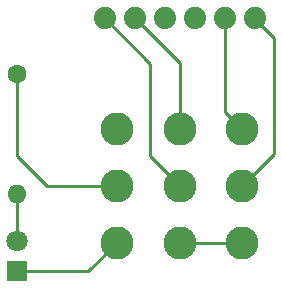
<source format=gbr>
G04 #@! TF.GenerationSoftware,KiCad,Pcbnew,(6.0.4-0)*
G04 #@! TF.CreationDate,2022-04-02T13:17:34-04:00*
G04 #@! TF.ProjectId,3pdt,33706474-2e6b-4696-9361-645f70636258,rev?*
G04 #@! TF.SameCoordinates,Original*
G04 #@! TF.FileFunction,Copper,L1,Top*
G04 #@! TF.FilePolarity,Positive*
%FSLAX46Y46*%
G04 Gerber Fmt 4.6, Leading zero omitted, Abs format (unit mm)*
G04 Created by KiCad (PCBNEW (6.0.4-0)) date 2022-04-02 13:17:34*
%MOMM*%
%LPD*%
G01*
G04 APERTURE LIST*
G04 #@! TA.AperFunction,ComponentPad*
%ADD10R,1.800000X1.800000*%
G04 #@! TD*
G04 #@! TA.AperFunction,ComponentPad*
%ADD11C,1.800000*%
G04 #@! TD*
G04 #@! TA.AperFunction,ComponentPad*
%ADD12C,1.879600*%
G04 #@! TD*
G04 #@! TA.AperFunction,ComponentPad*
%ADD13C,1.600000*%
G04 #@! TD*
G04 #@! TA.AperFunction,ComponentPad*
%ADD14O,1.600000X1.600000*%
G04 #@! TD*
G04 #@! TA.AperFunction,ComponentPad*
%ADD15C,2.800000*%
G04 #@! TD*
G04 #@! TA.AperFunction,Conductor*
%ADD16C,0.250000*%
G04 #@! TD*
G04 APERTURE END LIST*
D10*
X192250000Y-112000000D03*
D11*
X192250000Y-109460000D03*
D12*
X199644000Y-90551000D03*
X202184000Y-90551000D03*
X204724000Y-90551000D03*
X207264000Y-90551000D03*
X209804000Y-90551000D03*
X212344000Y-90551000D03*
D13*
X192250000Y-95250000D03*
D14*
X192250000Y-105410000D03*
D15*
X200701560Y-99951940D03*
X200701560Y-104750000D03*
X200701560Y-109548060D03*
X206000000Y-99951940D03*
X206000000Y-104750000D03*
X206000000Y-109548060D03*
X211298440Y-99951940D03*
X211298440Y-104750000D03*
X211298440Y-109548060D03*
D16*
X192250000Y-109460000D02*
X192250000Y-105410000D01*
X198249620Y-112000000D02*
X192250000Y-112000000D01*
X200701560Y-109548060D02*
X198249620Y-112000000D01*
X212344000Y-90594000D02*
X214000000Y-92250000D01*
X214000000Y-102048440D02*
X211298440Y-104750000D01*
X214000000Y-92250000D02*
X214000000Y-102048440D01*
X212344000Y-90551000D02*
X212344000Y-90594000D01*
X209804000Y-90551000D02*
X209804000Y-98457500D01*
X209804000Y-98457500D02*
X211298440Y-99951940D01*
X202184000Y-90551000D02*
X206000000Y-94367000D01*
X206000000Y-94367000D02*
X206000000Y-99951940D01*
X203500000Y-102250000D02*
X206000000Y-104750000D01*
X199644000Y-90551000D02*
X203500000Y-94407000D01*
X203500000Y-94407000D02*
X203500000Y-102250000D01*
X194750000Y-104750000D02*
X200701560Y-104750000D01*
X192250000Y-95250000D02*
X192250000Y-102250000D01*
X192250000Y-102250000D02*
X194750000Y-104750000D01*
X206000000Y-109548060D02*
X211298440Y-109548060D01*
M02*

</source>
